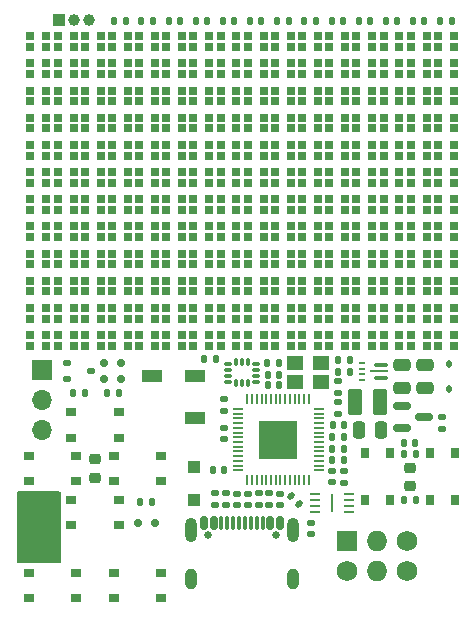
<source format=gbr>
%TF.GenerationSoftware,KiCad,Pcbnew,8.0.5*%
%TF.CreationDate,2024-10-02T01:05:19-07:00*%
%TF.ProjectId,badgesao,62616467-6573-4616-9f2e-6b696361645f,rev?*%
%TF.SameCoordinates,Original*%
%TF.FileFunction,Soldermask,Top*%
%TF.FilePolarity,Negative*%
%FSLAX46Y46*%
G04 Gerber Fmt 4.6, Leading zero omitted, Abs format (unit mm)*
G04 Created by KiCad (PCBNEW 8.0.5) date 2024-10-02 01:05:19*
%MOMM*%
%LPD*%
G01*
G04 APERTURE LIST*
G04 Aperture macros list*
%AMRoundRect*
0 Rectangle with rounded corners*
0 $1 Rounding radius*
0 $2 $3 $4 $5 $6 $7 $8 $9 X,Y pos of 4 corners*
0 Add a 4 corners polygon primitive as box body*
4,1,4,$2,$3,$4,$5,$6,$7,$8,$9,$2,$3,0*
0 Add four circle primitives for the rounded corners*
1,1,$1+$1,$2,$3*
1,1,$1+$1,$4,$5*
1,1,$1+$1,$6,$7*
1,1,$1+$1,$8,$9*
0 Add four rect primitives between the rounded corners*
20,1,$1+$1,$2,$3,$4,$5,0*
20,1,$1+$1,$4,$5,$6,$7,0*
20,1,$1+$1,$6,$7,$8,$9,0*
20,1,$1+$1,$8,$9,$2,$3,0*%
%AMHorizOval*
0 Thick line with rounded ends*
0 $1 width*
0 $2 $3 position (X,Y) of the first rounded end (center of the circle)*
0 $4 $5 position (X,Y) of the second rounded end (center of the circle)*
0 Add line between two ends*
20,1,$1,$2,$3,$4,$5,0*
0 Add two circle primitives to create the rounded ends*
1,1,$1,$2,$3*
1,1,$1,$4,$5*%
G04 Aperture macros list end*
%ADD10RoundRect,0.065000X-0.260000X-0.285000X0.260000X-0.285000X0.260000X0.285000X-0.260000X0.285000X0*%
%ADD11RoundRect,0.140000X-0.140000X-0.170000X0.140000X-0.170000X0.140000X0.170000X-0.140000X0.170000X0*%
%ADD12RoundRect,0.062500X0.387500X0.062500X-0.387500X0.062500X-0.387500X-0.062500X0.387500X-0.062500X0*%
%ADD13R,0.200000X1.600000*%
%ADD14R,0.900000X0.650000*%
%ADD15R,0.650000X0.900000*%
%ADD16RoundRect,0.135000X0.185000X-0.135000X0.185000X0.135000X-0.185000X0.135000X-0.185000X-0.135000X0*%
%ADD17RoundRect,0.140000X0.140000X0.170000X-0.140000X0.170000X-0.140000X-0.170000X0.140000X-0.170000X0*%
%ADD18RoundRect,0.140000X-0.170000X0.140000X-0.170000X-0.140000X0.170000X-0.140000X0.170000X0.140000X0*%
%ADD19RoundRect,0.250000X-0.300000X0.300000X-0.300000X-0.300000X0.300000X-0.300000X0.300000X0.300000X0*%
%ADD20RoundRect,0.135000X-0.185000X0.135000X-0.185000X-0.135000X0.185000X-0.135000X0.185000X0.135000X0*%
%ADD21RoundRect,0.250000X-0.375000X-0.850000X0.375000X-0.850000X0.375000X0.850000X-0.375000X0.850000X0*%
%ADD22RoundRect,0.135000X0.135000X0.185000X-0.135000X0.185000X-0.135000X-0.185000X0.135000X-0.185000X0*%
%ADD23RoundRect,0.135000X-0.135000X-0.185000X0.135000X-0.185000X0.135000X0.185000X-0.135000X0.185000X0*%
%ADD24RoundRect,0.150000X-0.150000X-0.200000X0.150000X-0.200000X0.150000X0.200000X-0.150000X0.200000X0*%
%ADD25C,0.650000*%
%ADD26RoundRect,0.150000X-0.150000X-0.425000X0.150000X-0.425000X0.150000X0.425000X-0.150000X0.425000X0*%
%ADD27RoundRect,0.075000X-0.075000X-0.500000X0.075000X-0.500000X0.075000X0.500000X-0.075000X0.500000X0*%
%ADD28O,1.000000X2.100000*%
%ADD29O,1.000000X1.800000*%
%ADD30RoundRect,0.140000X-0.219203X-0.021213X-0.021213X-0.219203X0.219203X0.021213X0.021213X0.219203X0*%
%ADD31RoundRect,0.250000X-0.475000X0.250000X-0.475000X-0.250000X0.475000X-0.250000X0.475000X0.250000X0*%
%ADD32RoundRect,0.140000X0.170000X-0.140000X0.170000X0.140000X-0.170000X0.140000X-0.170000X-0.140000X0*%
%ADD33R,1.400000X1.200000*%
%ADD34RoundRect,0.087500X-0.225000X-0.087500X0.225000X-0.087500X0.225000X0.087500X-0.225000X0.087500X0*%
%ADD35RoundRect,0.087500X-0.087500X-0.225000X0.087500X-0.225000X0.087500X0.225000X-0.087500X0.225000X0*%
%ADD36RoundRect,0.150000X-0.587500X-0.150000X0.587500X-0.150000X0.587500X0.150000X-0.587500X0.150000X0*%
%ADD37RoundRect,0.150000X0.150000X0.200000X-0.150000X0.200000X-0.150000X-0.200000X0.150000X-0.200000X0*%
%ADD38RoundRect,0.087500X0.487500X0.087500X-0.487500X0.087500X-0.487500X-0.087500X0.487500X-0.087500X0*%
%ADD39RoundRect,0.050000X0.675000X0.050000X-0.675000X0.050000X-0.675000X-0.050000X0.675000X-0.050000X0*%
%ADD40RoundRect,0.062500X0.162500X0.062500X-0.162500X0.062500X-0.162500X-0.062500X0.162500X-0.062500X0*%
%ADD41RoundRect,0.112500X-0.237500X0.112500X-0.237500X-0.112500X0.237500X-0.112500X0.237500X0.112500X0*%
%ADD42RoundRect,0.050000X0.387500X0.050000X-0.387500X0.050000X-0.387500X-0.050000X0.387500X-0.050000X0*%
%ADD43RoundRect,0.050000X0.050000X0.387500X-0.050000X0.387500X-0.050000X-0.387500X0.050000X-0.387500X0*%
%ADD44R,3.200000X3.200000*%
%ADD45RoundRect,0.218750X-0.256250X0.218750X-0.256250X-0.218750X0.256250X-0.218750X0.256250X0.218750X0*%
%ADD46R,1.700000X1.000000*%
%ADD47RoundRect,0.112500X0.112500X-0.187500X0.112500X0.187500X-0.112500X0.187500X-0.112500X-0.187500X0*%
%ADD48R,1.727200X1.727200*%
%ADD49C,1.727200*%
%ADD50O,1.727200X1.727200*%
%ADD51RoundRect,0.250000X-0.250000X-0.475000X0.250000X-0.475000X0.250000X0.475000X-0.250000X0.475000X0*%
%ADD52R,1.700000X1.700000*%
%ADD53O,1.700000X1.700000*%
%ADD54R,1.000000X1.000000*%
%ADD55HorizOval,1.000000X0.000000X0.000000X0.000000X0.000000X0*%
G04 APERTURE END LIST*
D10*
%TO.C,D163*%
X115025000Y-76950000D03*
X113675000Y-76050000D03*
X115025000Y-76050000D03*
X113675000Y-76950000D03*
%TD*%
D11*
%TO.C,C2*%
X118470000Y-51800000D03*
X119430000Y-51800000D03*
%TD*%
%TO.C,C15*%
X129170000Y-81700000D03*
X130130000Y-81700000D03*
%TD*%
D12*
%TO.C,U2*%
X136025000Y-93300000D03*
X136025000Y-92800000D03*
X136025000Y-92300000D03*
X136025000Y-91800000D03*
X133175000Y-91800000D03*
X133175000Y-92300000D03*
X133175000Y-92800000D03*
X133175000Y-93300000D03*
D13*
X134600000Y-92550000D03*
%TD*%
D10*
%TO.C,D87*%
X124225000Y-65450000D03*
X122875000Y-64550000D03*
X124225000Y-64550000D03*
X122875000Y-65450000D03*
%TD*%
%TO.C,D83*%
X115025000Y-65450000D03*
X113675000Y-64550000D03*
X115025000Y-64550000D03*
X113675000Y-65450000D03*
%TD*%
%TO.C,D46*%
X140325000Y-58550000D03*
X138975000Y-57650000D03*
X140325000Y-57650000D03*
X138975000Y-58550000D03*
%TD*%
%TO.C,D1*%
X110425000Y-53950000D03*
X109075000Y-53050000D03*
X110425000Y-53050000D03*
X109075000Y-53950000D03*
%TD*%
%TO.C,D99*%
X115025000Y-67750000D03*
X113675000Y-66850000D03*
X115025000Y-66850000D03*
X113675000Y-67750000D03*
%TD*%
%TO.C,D86*%
X121925000Y-65450000D03*
X120575000Y-64550000D03*
X121925000Y-64550000D03*
X120575000Y-65450000D03*
%TD*%
%TO.C,D78*%
X140325000Y-63150000D03*
X138975000Y-62250000D03*
X140325000Y-62250000D03*
X138975000Y-63150000D03*
%TD*%
%TO.C,D54*%
X121925000Y-60850000D03*
X120575000Y-59950000D03*
X121925000Y-59950000D03*
X120575000Y-60850000D03*
%TD*%
%TO.C,D17*%
X110425000Y-56250000D03*
X109075000Y-55350000D03*
X110425000Y-55350000D03*
X109075000Y-56250000D03*
%TD*%
D14*
%TO.C,SW7*%
X120125000Y-100650000D03*
X116125000Y-100650000D03*
X120125000Y-98500000D03*
X116125000Y-98500000D03*
%TD*%
D15*
%TO.C,SW5*%
X139525000Y-88350000D03*
X139525000Y-92350000D03*
X137375000Y-88350000D03*
X137375000Y-92350000D03*
%TD*%
D16*
%TO.C,R4*%
X135600000Y-90860000D03*
X135600000Y-89840000D03*
%TD*%
D10*
%TO.C,D29*%
X138025000Y-56250000D03*
X136675000Y-55350000D03*
X138025000Y-55350000D03*
X136675000Y-56250000D03*
%TD*%
D14*
%TO.C,SW4*%
X116135000Y-88580000D03*
X120135000Y-88580000D03*
X116135000Y-90730000D03*
X120135000Y-90730000D03*
%TD*%
D10*
%TO.C,D155*%
X133425000Y-74650000D03*
X132075000Y-73750000D03*
X133425000Y-73750000D03*
X132075000Y-74650000D03*
%TD*%
%TO.C,D70*%
X121925000Y-63150000D03*
X120575000Y-62250000D03*
X121925000Y-62250000D03*
X120575000Y-63150000D03*
%TD*%
D17*
%TO.C,C29*%
X130100000Y-80750000D03*
X129140000Y-80750000D03*
%TD*%
D10*
%TO.C,D82*%
X112725000Y-65450000D03*
X111375000Y-64550000D03*
X112725000Y-64550000D03*
X111375000Y-65450000D03*
%TD*%
D18*
%TO.C,C13*%
X132800000Y-94220000D03*
X132800000Y-95180000D03*
%TD*%
D10*
%TO.C,D71*%
X124225000Y-63150000D03*
X122875000Y-62250000D03*
X124225000Y-62250000D03*
X122875000Y-63150000D03*
%TD*%
%TO.C,D38*%
X121925000Y-58550000D03*
X120575000Y-57650000D03*
X121925000Y-57650000D03*
X120575000Y-58550000D03*
%TD*%
D19*
%TO.C,D194*%
X122950000Y-89550000D03*
X122950000Y-92350000D03*
%TD*%
D10*
%TO.C,D85*%
X119625000Y-65450000D03*
X118275000Y-64550000D03*
X119625000Y-64550000D03*
X118275000Y-65450000D03*
%TD*%
D20*
%TO.C,R5*%
X124700000Y-91740000D03*
X124700000Y-92760000D03*
%TD*%
D10*
%TO.C,D22*%
X121925000Y-56250000D03*
X120575000Y-55350000D03*
X121925000Y-55350000D03*
X120575000Y-56250000D03*
%TD*%
D16*
%TO.C,R12*%
X135150000Y-85070000D03*
X135150000Y-84050000D03*
%TD*%
D10*
%TO.C,D105*%
X128825000Y-67750000D03*
X127475000Y-66850000D03*
X128825000Y-66850000D03*
X127475000Y-67750000D03*
%TD*%
%TO.C,D60*%
X135725000Y-60850000D03*
X134375000Y-59950000D03*
X135725000Y-59950000D03*
X134375000Y-60850000D03*
%TD*%
%TO.C,D158*%
X140325000Y-74650000D03*
X138975000Y-73750000D03*
X140325000Y-73750000D03*
X138975000Y-74650000D03*
%TD*%
%TO.C,D47*%
X142625000Y-58550000D03*
X141275000Y-57650000D03*
X142625000Y-57650000D03*
X141275000Y-58550000D03*
%TD*%
D21*
%TO.C,L1*%
X136531000Y-84031000D03*
X138681000Y-84031000D03*
%TD*%
D10*
%TO.C,D141*%
X138025000Y-72350000D03*
X136675000Y-71450000D03*
X138025000Y-71450000D03*
X136675000Y-72350000D03*
%TD*%
D14*
%TO.C,SW8*%
X112960000Y-100645000D03*
X108960000Y-100645000D03*
X112960000Y-98495000D03*
X108960000Y-98495000D03*
%TD*%
D22*
%TO.C,R11*%
X141710000Y-88400000D03*
X140690000Y-88400000D03*
%TD*%
D10*
%TO.C,D132*%
X117325000Y-72350000D03*
X115975000Y-71450000D03*
X117325000Y-71450000D03*
X115975000Y-72350000D03*
%TD*%
D14*
%TO.C,SW2*%
X116550000Y-94425000D03*
X112550000Y-94425000D03*
X116550000Y-92275000D03*
X112550000Y-92275000D03*
%TD*%
D10*
%TO.C,D42*%
X131125000Y-58550000D03*
X129775000Y-57650000D03*
X131125000Y-57650000D03*
X129775000Y-58550000D03*
%TD*%
D23*
%TO.C,R13*%
X140690000Y-92350000D03*
X141710000Y-92350000D03*
%TD*%
D11*
%TO.C,C1*%
X116170000Y-51800000D03*
X117130000Y-51800000D03*
%TD*%
D10*
%TO.C,D137*%
X128825000Y-72350000D03*
X127475000Y-71450000D03*
X128825000Y-71450000D03*
X127475000Y-72350000D03*
%TD*%
%TO.C,D69*%
X119625000Y-63150000D03*
X118275000Y-62250000D03*
X119625000Y-62250000D03*
X118275000Y-63150000D03*
%TD*%
D11*
%TO.C,C32*%
X134670000Y-86000000D03*
X135630000Y-86000000D03*
%TD*%
D10*
%TO.C,D174*%
X140325000Y-76950000D03*
X138975000Y-76050000D03*
X140325000Y-76050000D03*
X138975000Y-76950000D03*
%TD*%
%TO.C,D123*%
X133425000Y-70050000D03*
X132075000Y-69150000D03*
X133425000Y-69150000D03*
X132075000Y-70050000D03*
%TD*%
%TO.C,D62*%
X140325000Y-60850000D03*
X138975000Y-59950000D03*
X140325000Y-59950000D03*
X138975000Y-60850000D03*
%TD*%
D24*
%TO.C,D196*%
X116740000Y-80700000D03*
X115340000Y-80700000D03*
%TD*%
D10*
%TO.C,D77*%
X138025000Y-63150000D03*
X136675000Y-62250000D03*
X138025000Y-62250000D03*
X136675000Y-63150000D03*
%TD*%
%TO.C,D31*%
X142625000Y-56250000D03*
X141275000Y-55350000D03*
X142625000Y-55350000D03*
X141275000Y-56250000D03*
%TD*%
%TO.C,D128*%
X144925000Y-70050000D03*
X143575000Y-69150000D03*
X144925000Y-69150000D03*
X143575000Y-70050000D03*
%TD*%
%TO.C,D66*%
X112725000Y-63150000D03*
X111375000Y-62250000D03*
X112725000Y-62250000D03*
X111375000Y-63150000D03*
%TD*%
%TO.C,D91*%
X133425000Y-65450000D03*
X132075000Y-64550000D03*
X133425000Y-64550000D03*
X132075000Y-65450000D03*
%TD*%
%TO.C,D23*%
X124225000Y-56250000D03*
X122875000Y-55350000D03*
X124225000Y-55350000D03*
X122875000Y-56250000D03*
%TD*%
%TO.C,D21*%
X119625000Y-56250000D03*
X118275000Y-55350000D03*
X119625000Y-55350000D03*
X118275000Y-56250000D03*
%TD*%
%TO.C,D122*%
X131125000Y-70050000D03*
X129775000Y-69150000D03*
X131125000Y-69150000D03*
X129775000Y-70050000D03*
%TD*%
%TO.C,D81*%
X110425000Y-65450000D03*
X109075000Y-64550000D03*
X110425000Y-64550000D03*
X109075000Y-65450000D03*
%TD*%
%TO.C,D101*%
X119625000Y-67750000D03*
X118275000Y-66850000D03*
X119625000Y-66850000D03*
X118275000Y-67750000D03*
%TD*%
%TO.C,D164*%
X117325000Y-76950000D03*
X115975000Y-76050000D03*
X117325000Y-76050000D03*
X115975000Y-76950000D03*
%TD*%
%TO.C,D140*%
X135725000Y-72350000D03*
X134375000Y-71450000D03*
X135725000Y-71450000D03*
X134375000Y-72350000D03*
%TD*%
%TO.C,D136*%
X126525000Y-72350000D03*
X125175000Y-71450000D03*
X126525000Y-71450000D03*
X125175000Y-72350000D03*
%TD*%
D25*
%TO.C,J3*%
X124110000Y-95315000D03*
X129890000Y-95315000D03*
D26*
X123800000Y-94240000D03*
X124600000Y-94240000D03*
D27*
X125750000Y-94240000D03*
X126750000Y-94240000D03*
X127250000Y-94240000D03*
X128250000Y-94240000D03*
D26*
X129400000Y-94240000D03*
X130200000Y-94240000D03*
X130200000Y-94240000D03*
X129400000Y-94240000D03*
D27*
X128750000Y-94240000D03*
X127750000Y-94240000D03*
X126250000Y-94240000D03*
X125250000Y-94240000D03*
D26*
X124600000Y-94240000D03*
X123800000Y-94240000D03*
D28*
X122680000Y-94815000D03*
D29*
X122680000Y-98995000D03*
D28*
X131320000Y-94815000D03*
D29*
X131320000Y-98995000D03*
%TD*%
D10*
%TO.C,D104*%
X126525000Y-67750000D03*
X125175000Y-66850000D03*
X126525000Y-66850000D03*
X125175000Y-67750000D03*
%TD*%
%TO.C,D55*%
X124225000Y-60850000D03*
X122875000Y-59950000D03*
X124225000Y-59950000D03*
X122875000Y-60850000D03*
%TD*%
%TO.C,D50*%
X112725000Y-60850000D03*
X111375000Y-59950000D03*
X112725000Y-59950000D03*
X111375000Y-60850000D03*
%TD*%
%TO.C,D160*%
X144925000Y-74650000D03*
X143575000Y-73750000D03*
X144925000Y-73750000D03*
X143575000Y-74650000D03*
%TD*%
D14*
%TO.C,SW3*%
X108965000Y-88580000D03*
X112965000Y-88580000D03*
X108965000Y-90730000D03*
X112965000Y-90730000D03*
%TD*%
D22*
%TO.C,R9*%
X136170600Y-81450000D03*
X135150600Y-81450000D03*
%TD*%
D10*
%TO.C,D190*%
X140325000Y-79250000D03*
X138975000Y-78350000D03*
X140325000Y-78350000D03*
X138975000Y-79250000D03*
%TD*%
%TO.C,D153*%
X128825000Y-74650000D03*
X127475000Y-73750000D03*
X128825000Y-73750000D03*
X127475000Y-74650000D03*
%TD*%
%TO.C,D61*%
X138025000Y-60850000D03*
X136675000Y-59950000D03*
X138025000Y-59950000D03*
X136675000Y-60850000D03*
%TD*%
%TO.C,D98*%
X112725000Y-67750000D03*
X111375000Y-66850000D03*
X112725000Y-66850000D03*
X111375000Y-67750000D03*
%TD*%
D30*
%TO.C,C18*%
X131110589Y-92010589D03*
X131789411Y-92689411D03*
%TD*%
D10*
%TO.C,D59*%
X133425000Y-60850000D03*
X132075000Y-59950000D03*
X133425000Y-59950000D03*
X132075000Y-60850000D03*
%TD*%
D18*
%TO.C,C17*%
X127500000Y-91770000D03*
X127500000Y-92730000D03*
%TD*%
D10*
%TO.C,D178*%
X112725000Y-79250000D03*
X111375000Y-78350000D03*
X112725000Y-78350000D03*
X111375000Y-79250000D03*
%TD*%
D22*
%TO.C,R16*%
X116560000Y-83270000D03*
X115540000Y-83270000D03*
%TD*%
D31*
%TO.C,C27*%
X142460600Y-80904000D03*
X142460600Y-82804000D03*
%TD*%
D10*
%TO.C,D64*%
X144925000Y-60850000D03*
X143575000Y-59950000D03*
X144925000Y-59950000D03*
X143575000Y-60850000D03*
%TD*%
%TO.C,D185*%
X128825000Y-79250000D03*
X127475000Y-78350000D03*
X128825000Y-78350000D03*
X127475000Y-79250000D03*
%TD*%
%TO.C,D135*%
X124225000Y-72350000D03*
X122875000Y-71450000D03*
X124225000Y-71450000D03*
X122875000Y-72350000D03*
%TD*%
%TO.C,D176*%
X144925000Y-76950000D03*
X143575000Y-76050000D03*
X144925000Y-76050000D03*
X143575000Y-76950000D03*
%TD*%
D32*
%TO.C,C30*%
X135150000Y-83230000D03*
X135150000Y-82270000D03*
%TD*%
D10*
%TO.C,D110*%
X140325000Y-67750000D03*
X138975000Y-66850000D03*
X140325000Y-66850000D03*
X138975000Y-67750000D03*
%TD*%
%TO.C,D165*%
X119625000Y-76950000D03*
X118275000Y-76050000D03*
X119625000Y-76050000D03*
X118275000Y-76950000D03*
%TD*%
%TO.C,D40*%
X126525000Y-58550000D03*
X125175000Y-57650000D03*
X126525000Y-57650000D03*
X125175000Y-58550000D03*
%TD*%
D16*
%TO.C,R8*%
X129300000Y-92760000D03*
X129300000Y-91740000D03*
%TD*%
D10*
%TO.C,D116*%
X117325000Y-70050000D03*
X115975000Y-69150000D03*
X117325000Y-69150000D03*
X115975000Y-70050000D03*
%TD*%
%TO.C,D167*%
X124225000Y-76950000D03*
X122875000Y-76050000D03*
X124225000Y-76050000D03*
X122875000Y-76950000D03*
%TD*%
%TO.C,D103*%
X124225000Y-67750000D03*
X122875000Y-66850000D03*
X124225000Y-66850000D03*
X122875000Y-67750000D03*
%TD*%
%TO.C,D161*%
X110425000Y-76950000D03*
X109075000Y-76050000D03*
X110425000Y-76050000D03*
X109075000Y-76950000D03*
%TD*%
%TO.C,D12*%
X135725000Y-53950000D03*
X134375000Y-53050000D03*
X135725000Y-53050000D03*
X134375000Y-53950000D03*
%TD*%
%TO.C,D28*%
X135725000Y-56250000D03*
X134375000Y-55350000D03*
X135725000Y-55350000D03*
X134375000Y-56250000D03*
%TD*%
D18*
%TO.C,C25*%
X126575000Y-91770000D03*
X126575000Y-92730000D03*
%TD*%
D11*
%TO.C,C6*%
X127670000Y-51800000D03*
X128630000Y-51800000D03*
%TD*%
D10*
%TO.C,D89*%
X128825000Y-65450000D03*
X127475000Y-64550000D03*
X128825000Y-64550000D03*
X127475000Y-65450000D03*
%TD*%
%TO.C,D168*%
X126525000Y-76950000D03*
X125175000Y-76050000D03*
X126525000Y-76050000D03*
X125175000Y-76950000D03*
%TD*%
%TO.C,D95*%
X142625000Y-65450000D03*
X141275000Y-64550000D03*
X142625000Y-64550000D03*
X141275000Y-65450000D03*
%TD*%
%TO.C,D51*%
X115025000Y-60850000D03*
X113675000Y-59950000D03*
X115025000Y-59950000D03*
X113675000Y-60850000D03*
%TD*%
%TO.C,D118*%
X121925000Y-70050000D03*
X120575000Y-69150000D03*
X121925000Y-69150000D03*
X120575000Y-70050000D03*
%TD*%
%TO.C,D13*%
X138025000Y-53950000D03*
X136675000Y-53050000D03*
X138025000Y-53050000D03*
X136675000Y-53950000D03*
%TD*%
D33*
%TO.C,Y1*%
X131500000Y-82340000D03*
X133700000Y-82340000D03*
X133700000Y-80740000D03*
X131500000Y-80740000D03*
%TD*%
D14*
%TO.C,SW1*%
X112550000Y-84875000D03*
X116550000Y-84875000D03*
X112550000Y-87025000D03*
X116550000Y-87025000D03*
%TD*%
D10*
%TO.C,D92*%
X135725000Y-65450000D03*
X134375000Y-64550000D03*
X135725000Y-64550000D03*
X134375000Y-65450000D03*
%TD*%
%TO.C,D119*%
X124225000Y-70050000D03*
X122875000Y-69150000D03*
X124225000Y-69150000D03*
X122875000Y-70050000D03*
%TD*%
%TO.C,D27*%
X133425000Y-56250000D03*
X132075000Y-55350000D03*
X133425000Y-55350000D03*
X132075000Y-56250000D03*
%TD*%
%TO.C,D187*%
X133425000Y-79250000D03*
X132075000Y-78350000D03*
X133425000Y-78350000D03*
X132075000Y-79250000D03*
%TD*%
%TO.C,D30*%
X140325000Y-56250000D03*
X138975000Y-55350000D03*
X140325000Y-55350000D03*
X138975000Y-56250000D03*
%TD*%
D11*
%TO.C,C8*%
X132270000Y-51800000D03*
X133230000Y-51800000D03*
%TD*%
D10*
%TO.C,D16*%
X144925000Y-53950000D03*
X143575000Y-53050000D03*
X144925000Y-53050000D03*
X143575000Y-53950000D03*
%TD*%
%TO.C,D24*%
X126525000Y-56250000D03*
X125175000Y-55350000D03*
X126525000Y-55350000D03*
X125175000Y-56250000D03*
%TD*%
%TO.C,D3*%
X115025000Y-53950000D03*
X113675000Y-53050000D03*
X115025000Y-53050000D03*
X113675000Y-53950000D03*
%TD*%
D23*
%TO.C,R2*%
X134640000Y-86950000D03*
X135660000Y-86950000D03*
%TD*%
D11*
%TO.C,C22*%
X139170000Y-51800000D03*
X140130000Y-51800000D03*
%TD*%
D10*
%TO.C,D115*%
X115025000Y-70050000D03*
X113675000Y-69150000D03*
X115025000Y-69150000D03*
X113675000Y-70050000D03*
%TD*%
%TO.C,D154*%
X131125000Y-74650000D03*
X129775000Y-73750000D03*
X131125000Y-73750000D03*
X129775000Y-74650000D03*
%TD*%
D11*
%TO.C,C3*%
X120770000Y-51800000D03*
X121730000Y-51800000D03*
%TD*%
D23*
%TO.C,R17*%
X123810000Y-80400000D03*
X124830000Y-80400000D03*
%TD*%
D10*
%TO.C,D138*%
X131125000Y-72350000D03*
X129775000Y-71450000D03*
X131125000Y-71450000D03*
X129775000Y-72350000D03*
%TD*%
D20*
%TO.C,R18*%
X125450000Y-83800000D03*
X125450000Y-84820000D03*
%TD*%
D10*
%TO.C,D102*%
X121925000Y-67750000D03*
X120575000Y-66850000D03*
X121925000Y-66850000D03*
X120575000Y-67750000D03*
%TD*%
D18*
%TO.C,C26*%
X125450000Y-86220000D03*
X125450000Y-87180000D03*
%TD*%
D34*
%TO.C,U3*%
X125837500Y-80784000D03*
X125837500Y-81284000D03*
X125837500Y-81784000D03*
X125837500Y-82284000D03*
D35*
X126500000Y-82446500D03*
X127000000Y-82446500D03*
X127500000Y-82446500D03*
D34*
X128162500Y-82284000D03*
X128162500Y-81784000D03*
X128162500Y-81284000D03*
X128162500Y-80784000D03*
D35*
X127500000Y-80621500D03*
X127000000Y-80621500D03*
X126500000Y-80621500D03*
%TD*%
D10*
%TO.C,D37*%
X119625000Y-58550000D03*
X118275000Y-57650000D03*
X119625000Y-57650000D03*
X118275000Y-58550000D03*
%TD*%
D11*
%TO.C,C24*%
X141470000Y-51800000D03*
X142430000Y-51800000D03*
%TD*%
D36*
%TO.C,U1*%
X140562500Y-84350000D03*
X140562500Y-86250000D03*
X142437500Y-85300000D03*
%TD*%
D10*
%TO.C,D188*%
X135725000Y-79250000D03*
X134375000Y-78350000D03*
X135725000Y-78350000D03*
X134375000Y-79250000D03*
%TD*%
%TO.C,D44*%
X135725000Y-58550000D03*
X134375000Y-57650000D03*
X135725000Y-57650000D03*
X134375000Y-58550000D03*
%TD*%
%TO.C,D121*%
X128825000Y-70050000D03*
X127475000Y-69150000D03*
X128825000Y-69150000D03*
X127475000Y-70050000D03*
%TD*%
%TO.C,D108*%
X135725000Y-67750000D03*
X134375000Y-66850000D03*
X135725000Y-66850000D03*
X134375000Y-67750000D03*
%TD*%
%TO.C,D169*%
X128825000Y-76950000D03*
X127475000Y-76050000D03*
X128825000Y-76050000D03*
X127475000Y-76950000D03*
%TD*%
%TO.C,D149*%
X119625000Y-74650000D03*
X118275000Y-73750000D03*
X119625000Y-73750000D03*
X118275000Y-74650000D03*
%TD*%
D11*
%TO.C,C10*%
X136870000Y-51800000D03*
X137830000Y-51800000D03*
%TD*%
D10*
%TO.C,D150*%
X121925000Y-74650000D03*
X120575000Y-73750000D03*
X121925000Y-73750000D03*
X120575000Y-74650000D03*
%TD*%
D37*
%TO.C,D199*%
X118200000Y-94300000D03*
X119600000Y-94300000D03*
%TD*%
D16*
%TO.C,R10*%
X128400000Y-92760000D03*
X128400000Y-91740000D03*
%TD*%
D15*
%TO.C,SW6*%
X145025000Y-88350000D03*
X145025000Y-92350000D03*
X142875000Y-88350000D03*
X142875000Y-92350000D03*
%TD*%
D10*
%TO.C,D8*%
X126525000Y-53950000D03*
X125175000Y-53050000D03*
X126525000Y-53050000D03*
X125175000Y-53950000D03*
%TD*%
%TO.C,D144*%
X144925000Y-72350000D03*
X143575000Y-71450000D03*
X144925000Y-71450000D03*
X143575000Y-72350000D03*
%TD*%
%TO.C,D52*%
X117325000Y-60850000D03*
X115975000Y-59950000D03*
X117325000Y-59950000D03*
X115975000Y-60850000D03*
%TD*%
%TO.C,D152*%
X126525000Y-74650000D03*
X125175000Y-73750000D03*
X126525000Y-73750000D03*
X125175000Y-74650000D03*
%TD*%
%TO.C,D58*%
X131125000Y-60850000D03*
X129775000Y-59950000D03*
X131125000Y-59950000D03*
X129775000Y-60850000D03*
%TD*%
%TO.C,D109*%
X138025000Y-67750000D03*
X136675000Y-66850000D03*
X138025000Y-66850000D03*
X136675000Y-67750000D03*
%TD*%
D23*
%TO.C,R15*%
X112690000Y-83270000D03*
X113710000Y-83270000D03*
%TD*%
D10*
%TO.C,D131*%
X115025000Y-72350000D03*
X113675000Y-71450000D03*
X115025000Y-71450000D03*
X113675000Y-72350000D03*
%TD*%
%TO.C,D166*%
X121925000Y-76950000D03*
X120575000Y-76050000D03*
X121925000Y-76050000D03*
X120575000Y-76950000D03*
%TD*%
%TO.C,D11*%
X133425000Y-53950000D03*
X132075000Y-53050000D03*
X133425000Y-53050000D03*
X132075000Y-53950000D03*
%TD*%
D23*
%TO.C,R14*%
X134640000Y-88000000D03*
X135660000Y-88000000D03*
%TD*%
D10*
%TO.C,D124*%
X135725000Y-70050000D03*
X134375000Y-69150000D03*
X135725000Y-69150000D03*
X134375000Y-70050000D03*
%TD*%
%TO.C,D49*%
X110425000Y-60850000D03*
X109075000Y-59950000D03*
X110425000Y-59950000D03*
X109075000Y-60850000D03*
%TD*%
%TO.C,D14*%
X140325000Y-53950000D03*
X138975000Y-53050000D03*
X140325000Y-53050000D03*
X138975000Y-53950000D03*
%TD*%
D11*
%TO.C,C5*%
X125370000Y-51800000D03*
X126330000Y-51800000D03*
%TD*%
D10*
%TO.C,D184*%
X126525000Y-79250000D03*
X125175000Y-78350000D03*
X126525000Y-78350000D03*
X125175000Y-79250000D03*
%TD*%
%TO.C,D20*%
X117325000Y-56250000D03*
X115975000Y-55350000D03*
X117325000Y-55350000D03*
X115975000Y-56250000D03*
%TD*%
%TO.C,D90*%
X131125000Y-65450000D03*
X129775000Y-64550000D03*
X131125000Y-64550000D03*
X129775000Y-65450000D03*
%TD*%
%TO.C,D79*%
X142625000Y-63150000D03*
X141275000Y-62250000D03*
X142625000Y-62250000D03*
X141275000Y-63150000D03*
%TD*%
D22*
%TO.C,R6*%
X136170600Y-80450000D03*
X135150600Y-80450000D03*
%TD*%
D10*
%TO.C,D151*%
X124225000Y-74650000D03*
X122875000Y-73750000D03*
X124225000Y-73750000D03*
X122875000Y-74650000D03*
%TD*%
%TO.C,D134*%
X121925000Y-72350000D03*
X120575000Y-71450000D03*
X121925000Y-71450000D03*
X120575000Y-72350000D03*
%TD*%
%TO.C,D9*%
X128825000Y-53950000D03*
X127475000Y-53050000D03*
X128825000Y-53050000D03*
X127475000Y-53950000D03*
%TD*%
%TO.C,D143*%
X142625000Y-72350000D03*
X141275000Y-71450000D03*
X142625000Y-71450000D03*
X141275000Y-72350000D03*
%TD*%
%TO.C,D130*%
X112725000Y-72350000D03*
X111375000Y-71450000D03*
X112725000Y-71450000D03*
X111375000Y-72350000D03*
%TD*%
D38*
%TO.C,U4*%
X138778200Y-81981000D03*
D39*
X138628200Y-81431000D03*
D38*
X138778200Y-80881000D03*
D40*
X137178200Y-80681000D03*
X137178200Y-81181000D03*
X137178200Y-81681000D03*
X137178200Y-82181000D03*
%TD*%
D18*
%TO.C,C21*%
X130170000Y-91770000D03*
X130170000Y-92730000D03*
%TD*%
D31*
%TO.C,C28*%
X140560600Y-80904000D03*
X140560600Y-82804000D03*
%TD*%
D10*
%TO.C,D148*%
X117325000Y-74650000D03*
X115975000Y-73750000D03*
X117325000Y-73750000D03*
X115975000Y-74650000D03*
%TD*%
D17*
%TO.C,C23*%
X125480000Y-89800000D03*
X124520000Y-89800000D03*
%TD*%
D10*
%TO.C,D133*%
X119625000Y-72350000D03*
X118275000Y-71450000D03*
X119625000Y-71450000D03*
X118275000Y-72350000D03*
%TD*%
%TO.C,D39*%
X124225000Y-58550000D03*
X122875000Y-57650000D03*
X124225000Y-57650000D03*
X122875000Y-58550000D03*
%TD*%
D41*
%TO.C,Q1*%
X112200000Y-80750000D03*
X112200000Y-82050000D03*
X114200000Y-81400000D03*
%TD*%
D10*
%TO.C,D96*%
X144925000Y-65450000D03*
X143575000Y-64550000D03*
X144925000Y-64550000D03*
X143575000Y-65450000D03*
%TD*%
D42*
%TO.C,U6*%
X133487500Y-89800000D03*
X133487500Y-89400000D03*
X133487500Y-89000000D03*
X133487500Y-88600000D03*
X133487500Y-88200000D03*
X133487500Y-87800000D03*
X133487500Y-87400000D03*
X133487500Y-87000000D03*
X133487500Y-86600000D03*
X133487500Y-86200000D03*
X133487500Y-85800000D03*
X133487500Y-85400000D03*
X133487500Y-85000000D03*
X133487500Y-84600000D03*
D43*
X132650000Y-83762500D03*
X132250000Y-83762500D03*
X131850000Y-83762500D03*
X131450000Y-83762500D03*
X131050000Y-83762500D03*
X130650000Y-83762500D03*
X130250000Y-83762500D03*
X129850000Y-83762500D03*
X129450000Y-83762500D03*
X129050000Y-83762500D03*
X128650000Y-83762500D03*
X128250000Y-83762500D03*
X127850000Y-83762500D03*
X127450000Y-83762500D03*
D42*
X126612500Y-84600000D03*
X126612500Y-85000000D03*
X126612500Y-85400000D03*
X126612500Y-85800000D03*
X126612500Y-86200000D03*
X126612500Y-86600000D03*
X126612500Y-87000000D03*
X126612500Y-87400000D03*
X126612500Y-87800000D03*
X126612500Y-88200000D03*
X126612500Y-88600000D03*
X126612500Y-89000000D03*
X126612500Y-89400000D03*
X126612500Y-89800000D03*
D43*
X127450000Y-90637500D03*
X127850000Y-90637500D03*
X128250000Y-90637500D03*
X128650000Y-90637500D03*
X129050000Y-90637500D03*
X129450000Y-90637500D03*
X129850000Y-90637500D03*
X130250000Y-90637500D03*
X130650000Y-90637500D03*
X131050000Y-90637500D03*
X131450000Y-90637500D03*
X131850000Y-90637500D03*
X132250000Y-90637500D03*
X132650000Y-90637500D03*
D44*
X130050000Y-87200000D03*
%TD*%
D10*
%TO.C,D127*%
X142625000Y-70050000D03*
X141275000Y-69150000D03*
X142625000Y-69150000D03*
X141275000Y-70050000D03*
%TD*%
%TO.C,D182*%
X121925000Y-79250000D03*
X120575000Y-78350000D03*
X121925000Y-78350000D03*
X120575000Y-79250000D03*
%TD*%
%TO.C,D170*%
X131125000Y-76950000D03*
X129775000Y-76050000D03*
X131125000Y-76050000D03*
X129775000Y-76950000D03*
%TD*%
%TO.C,D43*%
X133425000Y-58550000D03*
X132075000Y-57650000D03*
X133425000Y-57650000D03*
X132075000Y-58550000D03*
%TD*%
%TO.C,D146*%
X112725000Y-74650000D03*
X111375000Y-73750000D03*
X112725000Y-73750000D03*
X111375000Y-74650000D03*
%TD*%
%TO.C,D120*%
X126525000Y-70050000D03*
X125175000Y-69150000D03*
X126525000Y-69150000D03*
X125175000Y-70050000D03*
%TD*%
%TO.C,D15*%
X142625000Y-53950000D03*
X141275000Y-53050000D03*
X142625000Y-53050000D03*
X141275000Y-53950000D03*
%TD*%
%TO.C,D183*%
X124225000Y-79250000D03*
X122875000Y-78350000D03*
X124225000Y-78350000D03*
X122875000Y-79250000D03*
%TD*%
D20*
%TO.C,R1*%
X125650000Y-91740000D03*
X125650000Y-92760000D03*
%TD*%
D10*
%TO.C,D117*%
X119625000Y-70050000D03*
X118275000Y-69150000D03*
X119625000Y-69150000D03*
X118275000Y-70050000D03*
%TD*%
%TO.C,D53*%
X119625000Y-60850000D03*
X118275000Y-59950000D03*
X119625000Y-59950000D03*
X118275000Y-60850000D03*
%TD*%
%TO.C,D177*%
X110425000Y-79250000D03*
X109075000Y-78350000D03*
X110425000Y-78350000D03*
X109075000Y-79250000D03*
%TD*%
%TO.C,D156*%
X135725000Y-74650000D03*
X134375000Y-73750000D03*
X135725000Y-73750000D03*
X134375000Y-74650000D03*
%TD*%
D45*
%TO.C,D197*%
X141200000Y-89562500D03*
X141200000Y-91137500D03*
%TD*%
D10*
%TO.C,D45*%
X138025000Y-58550000D03*
X136675000Y-57650000D03*
X138025000Y-57650000D03*
X136675000Y-58550000D03*
%TD*%
%TO.C,D186*%
X131125000Y-79250000D03*
X129775000Y-78350000D03*
X131125000Y-78350000D03*
X129775000Y-79250000D03*
%TD*%
%TO.C,D112*%
X144925000Y-67750000D03*
X143575000Y-66850000D03*
X144925000Y-66850000D03*
X143575000Y-67750000D03*
%TD*%
%TO.C,D6*%
X121925000Y-53950000D03*
X120575000Y-53050000D03*
X121925000Y-53050000D03*
X120575000Y-53950000D03*
%TD*%
%TO.C,D191*%
X142625000Y-79250000D03*
X141275000Y-78350000D03*
X142625000Y-78350000D03*
X141275000Y-79250000D03*
%TD*%
%TO.C,D147*%
X115025000Y-74650000D03*
X113675000Y-73750000D03*
X115025000Y-73750000D03*
X113675000Y-74650000D03*
%TD*%
D45*
%TO.C,D195*%
X114550000Y-88862500D03*
X114550000Y-90437500D03*
%TD*%
D10*
%TO.C,D106*%
X131125000Y-67750000D03*
X129775000Y-66850000D03*
X131125000Y-66850000D03*
X129775000Y-67750000D03*
%TD*%
%TO.C,D72*%
X126525000Y-63150000D03*
X125175000Y-62250000D03*
X126525000Y-62250000D03*
X125175000Y-63150000D03*
%TD*%
%TO.C,D75*%
X133425000Y-63150000D03*
X132075000Y-62250000D03*
X133425000Y-62250000D03*
X132075000Y-63150000D03*
%TD*%
%TO.C,D57*%
X128825000Y-60850000D03*
X127475000Y-59950000D03*
X128825000Y-59950000D03*
X127475000Y-60850000D03*
%TD*%
%TO.C,D181*%
X119625000Y-79250000D03*
X118275000Y-78350000D03*
X119625000Y-78350000D03*
X118275000Y-79250000D03*
%TD*%
%TO.C,D172*%
X135725000Y-76950000D03*
X134375000Y-76050000D03*
X135725000Y-76050000D03*
X134375000Y-76950000D03*
%TD*%
%TO.C,D93*%
X138025000Y-65450000D03*
X136675000Y-64550000D03*
X138025000Y-64550000D03*
X136675000Y-65450000D03*
%TD*%
%TO.C,D171*%
X133425000Y-76950000D03*
X132075000Y-76050000D03*
X133425000Y-76050000D03*
X132075000Y-76950000D03*
%TD*%
%TO.C,D34*%
X112725000Y-58550000D03*
X111375000Y-57650000D03*
X112725000Y-57650000D03*
X111375000Y-58550000D03*
%TD*%
%TO.C,D173*%
X138025000Y-76950000D03*
X136675000Y-76050000D03*
X138025000Y-76050000D03*
X136675000Y-76950000D03*
%TD*%
D23*
%TO.C,R7*%
X134640000Y-88950000D03*
X135660000Y-88950000D03*
%TD*%
D10*
%TO.C,D159*%
X142625000Y-74650000D03*
X141275000Y-73750000D03*
X142625000Y-73750000D03*
X141275000Y-74650000D03*
%TD*%
%TO.C,D26*%
X131125000Y-56250000D03*
X129775000Y-55350000D03*
X131125000Y-55350000D03*
X129775000Y-56250000D03*
%TD*%
%TO.C,D73*%
X128825000Y-63150000D03*
X127475000Y-62250000D03*
X128825000Y-62250000D03*
X127475000Y-63150000D03*
%TD*%
%TO.C,D175*%
X142625000Y-76950000D03*
X141275000Y-76050000D03*
X142625000Y-76050000D03*
X141275000Y-76950000D03*
%TD*%
%TO.C,D125*%
X138025000Y-70050000D03*
X136675000Y-69150000D03*
X138025000Y-69150000D03*
X136675000Y-70050000D03*
%TD*%
%TO.C,D94*%
X140325000Y-65450000D03*
X138975000Y-64550000D03*
X140325000Y-64550000D03*
X138975000Y-65450000D03*
%TD*%
%TO.C,D189*%
X138025000Y-79250000D03*
X136675000Y-78350000D03*
X138025000Y-78350000D03*
X136675000Y-79250000D03*
%TD*%
%TO.C,D88*%
X126525000Y-65450000D03*
X125175000Y-64550000D03*
X126525000Y-64550000D03*
X125175000Y-65450000D03*
%TD*%
D11*
%TO.C,C12*%
X140720000Y-87460000D03*
X141680000Y-87460000D03*
%TD*%
D10*
%TO.C,D80*%
X144925000Y-63150000D03*
X143575000Y-62250000D03*
X144925000Y-62250000D03*
X143575000Y-63150000D03*
%TD*%
%TO.C,D5*%
X119625000Y-53950000D03*
X118275000Y-53050000D03*
X119625000Y-53050000D03*
X118275000Y-53950000D03*
%TD*%
%TO.C,D126*%
X140325000Y-70050000D03*
X138975000Y-69150000D03*
X140325000Y-69150000D03*
X138975000Y-70050000D03*
%TD*%
%TO.C,D107*%
X133425000Y-67750000D03*
X132075000Y-66850000D03*
X133425000Y-66850000D03*
X132075000Y-67750000D03*
%TD*%
%TO.C,D33*%
X110425000Y-58550000D03*
X109075000Y-57650000D03*
X110425000Y-57650000D03*
X109075000Y-58550000D03*
%TD*%
%TO.C,D192*%
X144925000Y-79250000D03*
X143575000Y-78350000D03*
X144925000Y-78350000D03*
X143575000Y-79250000D03*
%TD*%
%TO.C,D142*%
X140325000Y-72350000D03*
X138975000Y-71450000D03*
X140325000Y-71450000D03*
X138975000Y-72350000D03*
%TD*%
%TO.C,D36*%
X117325000Y-58550000D03*
X115975000Y-57650000D03*
X117325000Y-57650000D03*
X115975000Y-58550000D03*
%TD*%
%TO.C,D129*%
X110425000Y-72350000D03*
X109075000Y-71450000D03*
X110425000Y-71450000D03*
X109075000Y-72350000D03*
%TD*%
%TO.C,D2*%
X112725000Y-53950000D03*
X111375000Y-53050000D03*
X112725000Y-53050000D03*
X111375000Y-53950000D03*
%TD*%
%TO.C,D7*%
X124225000Y-53950000D03*
X122875000Y-53050000D03*
X124225000Y-53050000D03*
X122875000Y-53950000D03*
%TD*%
D11*
%TO.C,C4*%
X123070000Y-51800000D03*
X124030000Y-51800000D03*
%TD*%
D18*
%TO.C,C11*%
X143900000Y-85320000D03*
X143900000Y-86280000D03*
%TD*%
D46*
%TO.C,LS1*%
X123000000Y-81850000D03*
X119400000Y-81850000D03*
X123000000Y-85350000D03*
%TD*%
D10*
%TO.C,D4*%
X117325000Y-53950000D03*
X115975000Y-53050000D03*
X117325000Y-53050000D03*
X115975000Y-53950000D03*
%TD*%
%TO.C,D68*%
X117325000Y-63150000D03*
X115975000Y-62250000D03*
X117325000Y-62250000D03*
X115975000Y-63150000D03*
%TD*%
%TO.C,D67*%
X115025000Y-63150000D03*
X113675000Y-62250000D03*
X115025000Y-62250000D03*
X113675000Y-63150000D03*
%TD*%
%TO.C,D10*%
X131125000Y-53950000D03*
X129775000Y-53050000D03*
X131125000Y-53050000D03*
X129775000Y-53950000D03*
%TD*%
%TO.C,D74*%
X131125000Y-63150000D03*
X129775000Y-62250000D03*
X131125000Y-62250000D03*
X129775000Y-63150000D03*
%TD*%
D11*
%TO.C,C19*%
X129170000Y-82600000D03*
X130130000Y-82600000D03*
%TD*%
D10*
%TO.C,D111*%
X142625000Y-67750000D03*
X141275000Y-66850000D03*
X142625000Y-66850000D03*
X141275000Y-67750000D03*
%TD*%
%TO.C,D179*%
X115025000Y-79250000D03*
X113675000Y-78350000D03*
X115025000Y-78350000D03*
X113675000Y-79250000D03*
%TD*%
D47*
%TO.C,D193*%
X144523000Y-82900000D03*
X144523000Y-80800000D03*
%TD*%
D10*
%TO.C,D180*%
X117325000Y-79250000D03*
X115975000Y-78350000D03*
X117325000Y-78350000D03*
X115975000Y-79250000D03*
%TD*%
%TO.C,D56*%
X126525000Y-60850000D03*
X125175000Y-59950000D03*
X126525000Y-59950000D03*
X125175000Y-60850000D03*
%TD*%
%TO.C,D145*%
X110425000Y-74650000D03*
X109075000Y-73750000D03*
X110425000Y-73750000D03*
X109075000Y-74650000D03*
%TD*%
%TO.C,D65*%
X110425000Y-63150000D03*
X109075000Y-62250000D03*
X110425000Y-62250000D03*
X109075000Y-63150000D03*
%TD*%
D48*
%TO.C,X1*%
X135920000Y-95750000D03*
D49*
X135920000Y-98290000D03*
D50*
X138460000Y-95750000D03*
X138460000Y-98290000D03*
D49*
X141000000Y-95750000D03*
X141000000Y-98290000D03*
%TD*%
D10*
%TO.C,D157*%
X138025000Y-74650000D03*
X136675000Y-73750000D03*
X138025000Y-73750000D03*
X136675000Y-74650000D03*
%TD*%
%TO.C,D25*%
X128825000Y-56250000D03*
X127475000Y-55350000D03*
X128825000Y-55350000D03*
X127475000Y-56250000D03*
%TD*%
D11*
%TO.C,C7*%
X129970000Y-51800000D03*
X130930000Y-51800000D03*
%TD*%
D10*
%TO.C,D19*%
X115025000Y-56250000D03*
X113675000Y-55350000D03*
X115025000Y-55350000D03*
X113675000Y-56250000D03*
%TD*%
%TO.C,D100*%
X117325000Y-67750000D03*
X115975000Y-66850000D03*
X117325000Y-66850000D03*
X115975000Y-67750000D03*
%TD*%
D23*
%TO.C,R3*%
X118390000Y-92450000D03*
X119410000Y-92450000D03*
%TD*%
D10*
%TO.C,D84*%
X117325000Y-65450000D03*
X115975000Y-64550000D03*
X117325000Y-64550000D03*
X115975000Y-65450000D03*
%TD*%
D18*
%TO.C,C20*%
X134650000Y-89870000D03*
X134650000Y-90830000D03*
%TD*%
D11*
%TO.C,C31*%
X143770000Y-51800000D03*
X144730000Y-51800000D03*
%TD*%
D10*
%TO.C,D114*%
X112725000Y-70050000D03*
X111375000Y-69150000D03*
X112725000Y-69150000D03*
X111375000Y-70050000D03*
%TD*%
D11*
%TO.C,C9*%
X134570000Y-51800000D03*
X135530000Y-51800000D03*
%TD*%
D10*
%TO.C,D63*%
X142625000Y-60850000D03*
X141275000Y-59950000D03*
X142625000Y-59950000D03*
X141275000Y-60850000D03*
%TD*%
%TO.C,D139*%
X133425000Y-72350000D03*
X132075000Y-71450000D03*
X133425000Y-71450000D03*
X132075000Y-72350000D03*
%TD*%
%TO.C,D97*%
X110425000Y-67750000D03*
X109075000Y-66850000D03*
X110425000Y-66850000D03*
X109075000Y-67750000D03*
%TD*%
%TO.C,D35*%
X115025000Y-58550000D03*
X113675000Y-57650000D03*
X115025000Y-57650000D03*
X113675000Y-58550000D03*
%TD*%
D51*
%TO.C,C16*%
X136900000Y-86400000D03*
X138800000Y-86400000D03*
%TD*%
D24*
%TO.C,D198*%
X116740000Y-82100000D03*
X115340000Y-82100000D03*
%TD*%
D10*
%TO.C,D18*%
X112725000Y-56250000D03*
X111375000Y-55350000D03*
X112725000Y-55350000D03*
X111375000Y-56250000D03*
%TD*%
%TO.C,D32*%
X144925000Y-56250000D03*
X143575000Y-55350000D03*
X144925000Y-55350000D03*
X143575000Y-56250000D03*
%TD*%
%TO.C,D48*%
X144925000Y-58550000D03*
X143575000Y-57650000D03*
X144925000Y-57650000D03*
X143575000Y-58550000D03*
%TD*%
%TO.C,D41*%
X128825000Y-58550000D03*
X127475000Y-57650000D03*
X128825000Y-57650000D03*
X127475000Y-58550000D03*
%TD*%
%TO.C,D162*%
X112725000Y-76950000D03*
X111375000Y-76050000D03*
X112725000Y-76050000D03*
X111375000Y-76950000D03*
%TD*%
%TO.C,D113*%
X110425000Y-70050000D03*
X109075000Y-69150000D03*
X110425000Y-69150000D03*
X109075000Y-70050000D03*
%TD*%
%TO.C,D76*%
X135725000Y-63150000D03*
X134375000Y-62250000D03*
X135725000Y-62250000D03*
X134375000Y-63150000D03*
%TD*%
D52*
%TO.C,J2*%
X110100000Y-81300000D03*
D53*
X110100000Y-83840000D03*
X110100000Y-86380000D03*
%TD*%
D54*
%TO.C,J1*%
X111480000Y-51700000D03*
D55*
X112750000Y-51700000D03*
X114020000Y-51700000D03*
%TD*%
G36*
X111454736Y-91550942D02*
G01*
X111516975Y-91563322D01*
X111534639Y-91570638D01*
X111583317Y-91603163D01*
X111596836Y-91616682D01*
X111629361Y-91665360D01*
X111636677Y-91683023D01*
X111649058Y-91745263D01*
X111650000Y-91754823D01*
X111650000Y-97470176D01*
X111649058Y-97479736D01*
X111636677Y-97541976D01*
X111629361Y-97559639D01*
X111596836Y-97608317D01*
X111583317Y-97621836D01*
X111534639Y-97654361D01*
X111516976Y-97661677D01*
X111454737Y-97674058D01*
X111445177Y-97675000D01*
X108154823Y-97675000D01*
X108145263Y-97674058D01*
X108083023Y-97661677D01*
X108065360Y-97654361D01*
X108016682Y-97621836D01*
X108003163Y-97608317D01*
X107970638Y-97559639D01*
X107963321Y-97541975D01*
X107950941Y-97479735D01*
X107950000Y-97470176D01*
X107950000Y-91754823D01*
X107950941Y-91745264D01*
X107963321Y-91683024D01*
X107970638Y-91665360D01*
X108003163Y-91616682D01*
X108016682Y-91603163D01*
X108065360Y-91570638D01*
X108083024Y-91563321D01*
X108145264Y-91550941D01*
X108154823Y-91550000D01*
X111445177Y-91550000D01*
X111454736Y-91550942D01*
G37*
M02*

</source>
